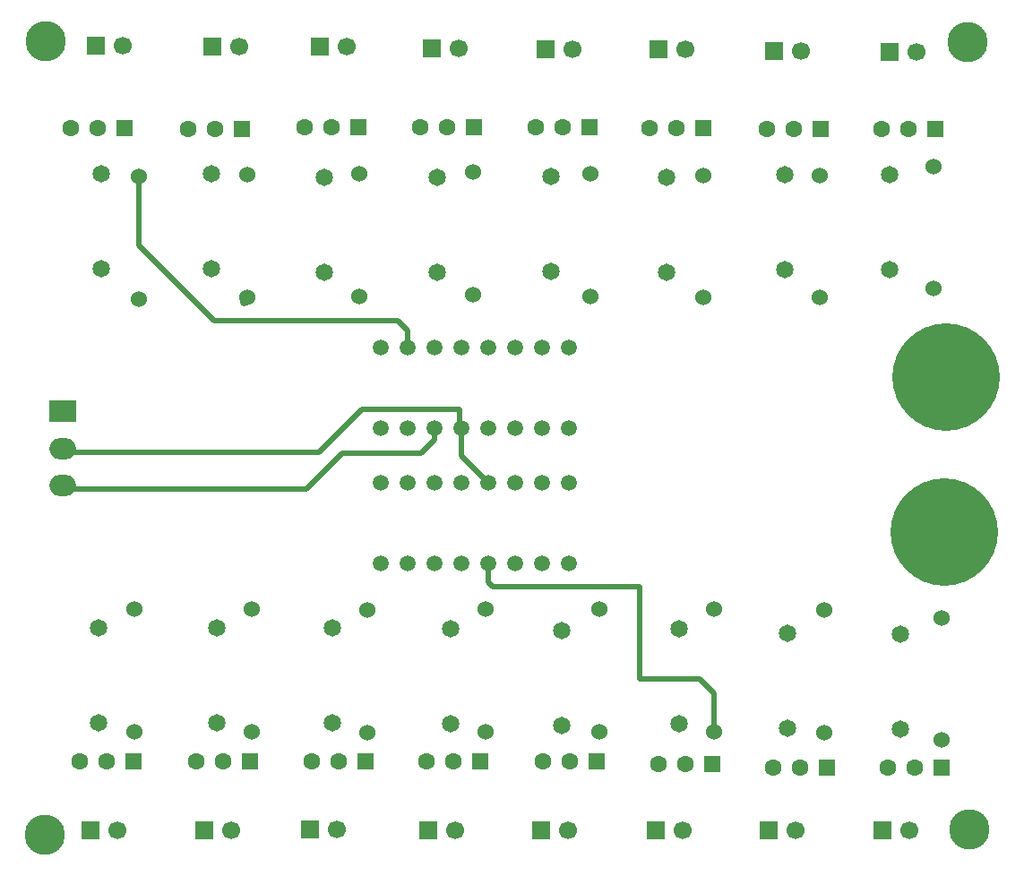
<source format=gbl>
G04*
G04 #@! TF.GenerationSoftware,Altium Limited,CircuitMaker,2.2.1 (6)*
G04*
G04 Layer_Physical_Order=4*
G04 Layer_Color=11436288*
%FSLAX25Y25*%
%MOIN*%
G70*
G04*
G04 #@! TF.SameCoordinates,9BB8909F-1235-4B7E-8516-07DB857BAA42*
G04*
G04*
G04 #@! TF.FilePolarity,Positive*
G04*
G01*
G75*
%ADD27C,0.02000*%
%ADD28C,0.03000*%
%ADD29R,0.06299X0.06299*%
%ADD30C,0.06299*%
%ADD31C,0.15000*%
%ADD32C,0.40000*%
%ADD33O,0.09842X0.07874*%
%ADD34R,0.09842X0.07874*%
%ADD35C,0.05905*%
%ADD36C,0.06693*%
%ADD37R,0.06693X0.06693*%
%ADD38C,0.06496*%
%ADD39C,0.06000*%
D27*
X249600Y285600D02*
X250979Y284221D01*
X340500D01*
X249600Y299379D02*
X250979Y298000D01*
X345000D01*
X492000Y194000D02*
Y208200D01*
X486600Y213600D02*
X492000Y208200D01*
X464400Y213600D02*
X486600D01*
X464400D02*
Y247800D01*
X409800D02*
X464400D01*
X408000Y249600D02*
X409800Y247800D01*
X408000Y249600D02*
Y256500D01*
X278000Y374800D02*
Y400598D01*
Y374800D02*
X306000Y346800D01*
X374400D01*
X378000Y343200D01*
Y337000D02*
Y343200D01*
X532500Y194000D02*
X533000Y193500D01*
X340500Y284221D02*
X353780Y297500D01*
X383000D01*
X361000Y314000D02*
X397500D01*
X345000Y298000D02*
X361000Y314000D01*
X397500Y307500D02*
Y314000D01*
Y307500D02*
X398000Y307000D01*
X383000Y297500D02*
X388000Y302500D01*
Y307000D01*
X398000Y296500D02*
X408000Y286500D01*
X398000Y296500D02*
Y307000D01*
X360000Y417500D02*
X361000Y418500D01*
D28*
X487402Y356000D02*
X488000Y355402D01*
X445500Y356500D02*
X446000Y356000D01*
X360000D02*
X360500Y356500D01*
X359500Y355500D02*
X360000Y356000D01*
X317000Y354000D02*
X318500Y355500D01*
D29*
X574400Y418200D02*
D03*
X488000Y418500D02*
D03*
X316400Y418200D02*
D03*
X576600Y180600D02*
D03*
X534000D02*
D03*
X491400Y181800D02*
D03*
X448500Y183000D02*
D03*
X405000D02*
D03*
X362500D02*
D03*
X319400D02*
D03*
X276000D02*
D03*
X531600Y418200D02*
D03*
X445800Y418800D02*
D03*
X402800D02*
D03*
X359600D02*
D03*
X272800Y418500D02*
D03*
D30*
X564400Y418200D02*
D03*
X554400D02*
D03*
X478000Y418500D02*
D03*
X468000D02*
D03*
X296400Y418200D02*
D03*
X306400D02*
D03*
X556600Y180600D02*
D03*
X566600D02*
D03*
X514000D02*
D03*
X524000D02*
D03*
X471400Y181800D02*
D03*
X481400D02*
D03*
X428500Y183000D02*
D03*
X438500D02*
D03*
X385000D02*
D03*
X395000D02*
D03*
X342500D02*
D03*
X352500D02*
D03*
X299400D02*
D03*
X309400D02*
D03*
X256000D02*
D03*
X266000D02*
D03*
X511600Y418200D02*
D03*
X521600D02*
D03*
X425800Y418800D02*
D03*
X435800D02*
D03*
X382800D02*
D03*
X392800D02*
D03*
X339600D02*
D03*
X349600D02*
D03*
X252800Y418500D02*
D03*
X262800D02*
D03*
D31*
X243000Y155500D02*
D03*
X587000Y157500D02*
D03*
X586500Y450500D02*
D03*
X243500Y451000D02*
D03*
D32*
X578400Y325800D02*
D03*
X577800Y268200D02*
D03*
D33*
X249600Y285600D02*
D03*
Y299379D02*
D03*
D34*
Y313159D02*
D03*
D35*
X368000Y256500D02*
D03*
X378000D02*
D03*
X388000D02*
D03*
X398000D02*
D03*
X408000D02*
D03*
X418000D02*
D03*
X428000D02*
D03*
X438000D02*
D03*
X368000Y286500D02*
D03*
X378000D02*
D03*
X388000D02*
D03*
X398000D02*
D03*
X408000D02*
D03*
X418000D02*
D03*
X428000D02*
D03*
X438000D02*
D03*
Y337000D02*
D03*
X428000D02*
D03*
X418000D02*
D03*
X408000D02*
D03*
X398000D02*
D03*
X388000D02*
D03*
X378000D02*
D03*
X368000D02*
D03*
X438000Y307000D02*
D03*
X428000D02*
D03*
X418000D02*
D03*
X408000D02*
D03*
X398000D02*
D03*
X388000D02*
D03*
X378000D02*
D03*
X368000D02*
D03*
D36*
X270000Y157200D02*
D03*
X312400Y157100D02*
D03*
X351900Y157600D02*
D03*
X395900Y157100D02*
D03*
X437900D02*
D03*
X480400D02*
D03*
X522400D02*
D03*
X564900D02*
D03*
X315500Y448900D02*
D03*
X355500D02*
D03*
X397000Y448400D02*
D03*
X439500Y447900D02*
D03*
X481500D02*
D03*
X524500Y447400D02*
D03*
X567500Y446900D02*
D03*
X272000Y449400D02*
D03*
D37*
X260000Y157200D02*
D03*
X302400Y157100D02*
D03*
X341900Y157600D02*
D03*
X385900Y157100D02*
D03*
X427900D02*
D03*
X470400D02*
D03*
X512400D02*
D03*
X554900D02*
D03*
X305500Y448900D02*
D03*
X345500D02*
D03*
X387000Y448400D02*
D03*
X429500Y447900D02*
D03*
X471500D02*
D03*
X514500Y447400D02*
D03*
X557500Y446900D02*
D03*
X262000Y449400D02*
D03*
D38*
X561500Y194783D02*
D03*
Y230217D02*
D03*
X519500Y195283D02*
D03*
Y230716D02*
D03*
X479000Y196783D02*
D03*
Y232217D02*
D03*
X435500Y196283D02*
D03*
Y231716D02*
D03*
X307000Y197283D02*
D03*
Y232716D02*
D03*
X350000Y197283D02*
D03*
Y232716D02*
D03*
X394000Y196783D02*
D03*
Y232217D02*
D03*
X263000Y197283D02*
D03*
Y232716D02*
D03*
X264000Y401717D02*
D03*
Y366283D02*
D03*
X557500Y401217D02*
D03*
Y365784D02*
D03*
X518500Y401217D02*
D03*
Y365784D02*
D03*
X474500Y400216D02*
D03*
Y364784D02*
D03*
X431500Y400716D02*
D03*
Y365283D02*
D03*
X389000Y400216D02*
D03*
Y364784D02*
D03*
X305000Y401717D02*
D03*
Y366283D02*
D03*
X347000Y400216D02*
D03*
Y364784D02*
D03*
D39*
X576600Y190802D02*
D03*
Y236400D02*
D03*
X533000Y193500D02*
D03*
Y239098D02*
D03*
X492000Y194000D02*
D03*
Y239598D02*
D03*
X449500Y193902D02*
D03*
Y239500D02*
D03*
X407000Y193902D02*
D03*
Y239500D02*
D03*
X363000Y193500D02*
D03*
Y239098D02*
D03*
X320000Y194000D02*
D03*
Y239598D02*
D03*
X276500Y194000D02*
D03*
Y239598D02*
D03*
X573600Y404400D02*
D03*
Y358802D02*
D03*
X531500Y401000D02*
D03*
Y355402D02*
D03*
X488000Y401000D02*
D03*
Y355402D02*
D03*
X446000Y401598D02*
D03*
Y356000D02*
D03*
X402500Y402098D02*
D03*
Y356500D02*
D03*
X360000Y401598D02*
D03*
Y356000D02*
D03*
X278000Y400598D02*
D03*
Y355000D02*
D03*
X318500Y401098D02*
D03*
Y355500D02*
D03*
M02*

</source>
